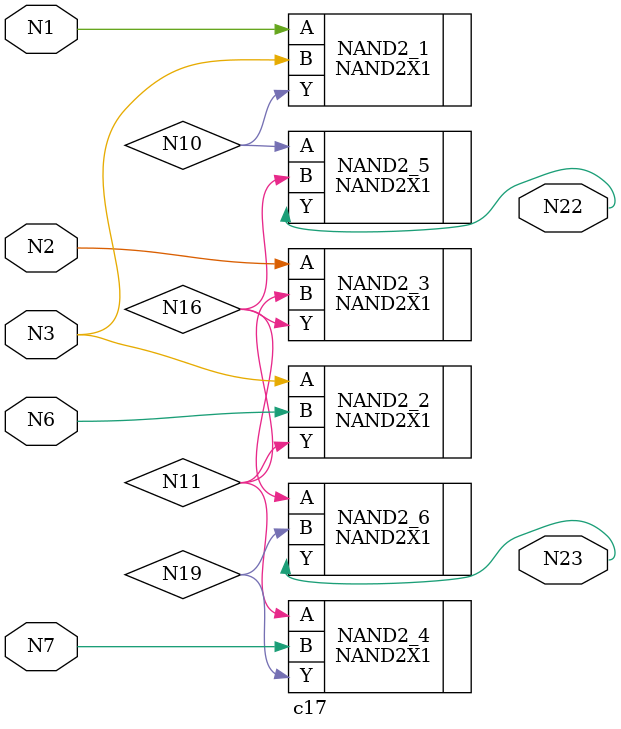
<source format=v>
module c17 (N1,N2,N3,N6,N7,N22,N23);
input N1,N2,N3,N6,N7;
output N22,N23;
wire N10,N11,N16,N19;
NAND2X1 NAND2_1 (.Y(N10),.A(N1),.B(N3));
NAND2X1 NAND2_2 (.Y(N11),.A(N3),.B(N6));
NAND2X1 NAND2_3 (.Y(N16),.A(N2),.B(N11));
NAND2X1 NAND2_4 (.Y(N19),.A(N11),.B(N7));
NAND2X1 NAND2_5 (.Y(N22),.A(N10),.B(N16));
NAND2X1 NAND2_6 (.Y(N23),.A(N16),.B(N19));
endmodule 
</source>
